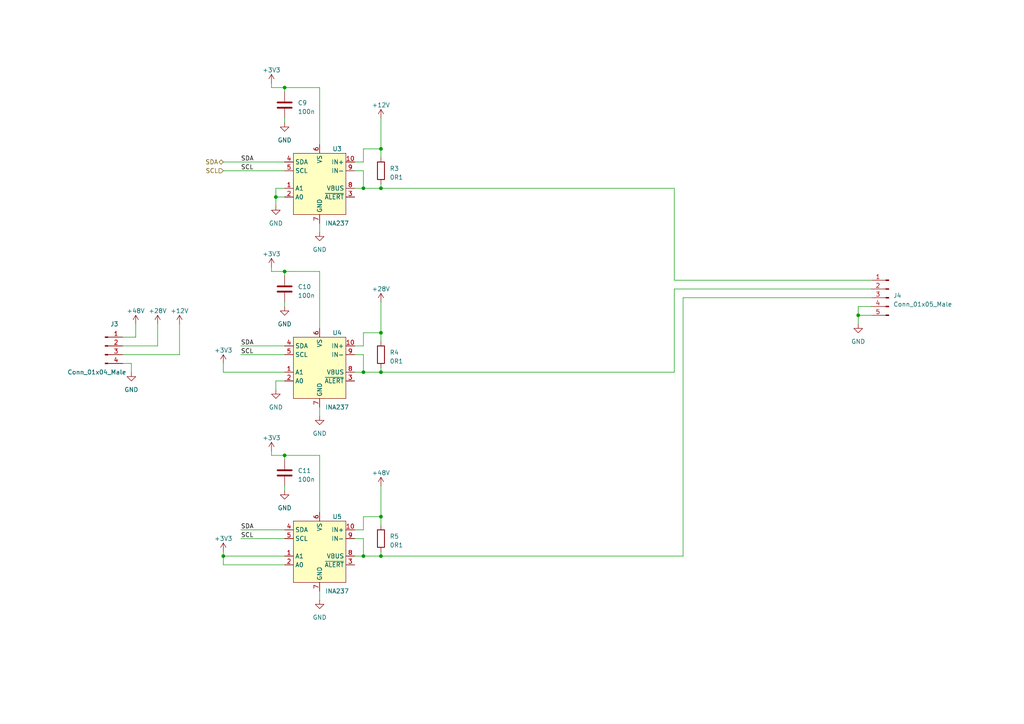
<source format=kicad_sch>
(kicad_sch (version 20210406) (generator eeschema)
  (paper "A4")
  (lib_symbols
    (symbol "Connector:Conn_01x04_Male" (pin_names (offset 1.016) hide)
      (property "Reference" "J" (at 0 5.08 0))
      (property "Value" "Conn_01x04_Male" (at 0 -7.62 0))
      (symbol "Conn_01x04_Male_1_1"
        (rectangle (start 0.8636 -4.953) (end 0 -5.207) (stroke (width 0.1524)) (fill (type outline)))
        (rectangle (start 0.8636 -2.413) (end 0 -2.667) (stroke (width 0.1524)) (fill (type outline)))
        (rectangle (start 0.8636 0.127) (end 0 -0.127) (stroke (width 0.1524)) (fill (type outline)))
        (rectangle (start 0.8636 2.667) (end 0 2.413) (stroke (width 0.1524)) (fill (type outline)))
        (polyline (pts (xy 1.27 -5.08) (xy 0.8636 -5.08)) (stroke (width 0.1524)))
        (polyline (pts (xy 1.27 -2.54) (xy 0.8636 -2.54)) (stroke (width 0.1524)))
        (polyline (pts (xy 1.27 0) (xy 0.8636 0)) (stroke (width 0.1524)))
        (polyline (pts (xy 1.27 2.54) (xy 0.8636 2.54)) (stroke (width 0.1524)))
        (pin passive line (at 5.08 2.54 180) (length 3.81) (name "Pin_1") (number "1"))
        (pin passive line (at 5.08 0 180) (length 3.81) (name "Pin_2") (number "2"))
        (pin passive line (at 5.08 -2.54 180) (length 3.81) (name "Pin_3") (number "3"))
        (pin passive line (at 5.08 -5.08 180) (length 3.81) (name "Pin_4") (number "4"))
      )
    )
    (symbol "Connector:Conn_01x05_Male" (pin_names (offset 1.016) hide)
      (property "Reference" "J" (at 0 7.62 0))
      (property "Value" "Conn_01x05_Male" (at 0 -7.62 0))
      (symbol "Conn_01x05_Male_1_1"
        (rectangle (start 0.8636 -4.953) (end 0 -5.207) (stroke (width 0.1524)) (fill (type outline)))
        (rectangle (start 0.8636 -2.413) (end 0 -2.667) (stroke (width 0.1524)) (fill (type outline)))
        (rectangle (start 0.8636 0.127) (end 0 -0.127) (stroke (width 0.1524)) (fill (type outline)))
        (rectangle (start 0.8636 2.667) (end 0 2.413) (stroke (width 0.1524)) (fill (type outline)))
        (rectangle (start 0.8636 5.207) (end 0 4.953) (stroke (width 0.1524)) (fill (type outline)))
        (polyline (pts (xy 1.27 -5.08) (xy 0.8636 -5.08)) (stroke (width 0.1524)))
        (polyline (pts (xy 1.27 -2.54) (xy 0.8636 -2.54)) (stroke (width 0.1524)))
        (polyline (pts (xy 1.27 0) (xy 0.8636 0)) (stroke (width 0.1524)))
        (polyline (pts (xy 1.27 2.54) (xy 0.8636 2.54)) (stroke (width 0.1524)))
        (polyline (pts (xy 1.27 5.08) (xy 0.8636 5.08)) (stroke (width 0.1524)))
        (pin passive line (at 5.08 5.08 180) (length 3.81) (name "Pin_1") (number "1"))
        (pin passive line (at 5.08 2.54 180) (length 3.81) (name "Pin_2") (number "2"))
        (pin passive line (at 5.08 0 180) (length 3.81) (name "Pin_3") (number "3"))
        (pin passive line (at 5.08 -2.54 180) (length 3.81) (name "Pin_4") (number "4"))
        (pin passive line (at 5.08 -5.08 180) (length 3.81) (name "Pin_5") (number "5"))
      )
    )
    (symbol "Device:C" (pin_numbers hide) (pin_names (offset 0.254))
      (property "Reference" "C" (at 0.635 2.54 0))
      (property "Value" "C" (at 0.635 -2.54 0))
      (symbol "C_0_1"
        (polyline (pts (xy -2.032 -0.762) (xy 2.032 -0.762)) (stroke (width 0.508)))
        (polyline (pts (xy -2.032 0.762) (xy 2.032 0.762)) (stroke (width 0.508)))
      )
      (symbol "C_1_1"
        (pin passive line (at 0 3.81 270) (length 2.794) (name "~") (number "1"))
        (pin passive line (at 0 -3.81 90) (length 2.794) (name "~") (number "2"))
      )
    )
    (symbol "Device:R" (pin_numbers hide) (pin_names (offset 0))
      (property "Reference" "R" (at 2.032 0 90))
      (property "Value" "R" (at 0 0 90))
      (symbol "R_0_1"
        (rectangle (start -1.016 -2.54) (end 1.016 2.54) (stroke (width 0.254)))
      )
      (symbol "R_1_1"
        (pin passive line (at 0 3.81 270) (length 1.27) (name "~") (number "1"))
        (pin passive line (at 0 -3.81 90) (length 1.27) (name "~") (number "2"))
      )
    )
    (symbol "IC_WUT:INA237"
      (property "Reference" "U" (at 3.81 8.89 0))
      (property "Value" "INA237" (at 5.08 -11.43 0))
      (symbol "INA237_0_1"
        (rectangle (start -7.62 7.62) (end 7.62 -10.16) (stroke (width 0.1524)) (fill (type background)))
      )
      (symbol "INA237_1_1"
        (pin passive line (at -10.16 -2.54 0) (length 2.54) (name "A1") (number "1"))
        (pin input line (at 10.16 5.08 180) (length 2.54) (name "IN+") (number "10"))
        (pin passive line (at -10.16 -5.08 0) (length 2.54) (name "A0") (number "2"))
        (pin open_collector line (at 10.16 -5.08 180) (length 2.54) (name "~ALERT") (number "3"))
        (pin bidirectional line (at -10.16 5.08 0) (length 2.54) (name "SDA") (number "4"))
        (pin input line (at -10.16 2.54 0) (length 2.54) (name "SCL") (number "5"))
        (pin power_in line (at 0 10.16 270) (length 2.54) (name "VS") (number "6"))
        (pin power_in line (at 0 -12.7 90) (length 2.54) (name "GND") (number "7"))
        (pin power_in line (at 10.16 -2.54 180) (length 2.54) (name "VBUS") (number "8"))
        (pin input line (at 10.16 2.54 180) (length 2.54) (name "IN-") (number "9"))
      )
    )
    (symbol "power:+12V" (power) (pin_names (offset 0))
      (property "Value" "+12V" (at 0 3.556 0))
      (symbol "+12V_0_1"
        (polyline (pts (xy -0.762 1.27) (xy 0 2.54)))
        (polyline (pts (xy 0 0) (xy 0 2.54)))
        (polyline (pts (xy 0 2.54) (xy 0.762 1.27)))
      )
      (symbol "+12V_1_1"
        (pin power_in line (at 0 0 90) (length 0) hide (name "+12V") (number "1"))
      )
    )
    (symbol "power:+28V" (power) (pin_names (offset 0))
      (property "Value" "+28V" (at 0 3.81 0))
      (symbol "+28V_0_1"
        (polyline (pts (xy -0.762 1.27) (xy 0 2.54)))
        (polyline (pts (xy 0 0) (xy 0 2.54)))
        (polyline (pts (xy 0 2.54) (xy 0.762 1.27)))
      )
      (symbol "+28V_1_1"
        (pin power_in line (at 0 0 90) (length 0) hide (name "+28V") (number "1"))
      )
    )
    (symbol "power:+3V3" (power) (pin_names (offset 0))
      (property "Value" "+3V3" (at 0 3.556 0))
      (symbol "+3V3_0_1"
        (polyline (pts (xy -0.762 1.27) (xy 0 2.54)))
        (polyline (pts (xy 0 0) (xy 0 2.54)))
        (polyline (pts (xy 0 2.54) (xy 0.762 1.27)))
      )
      (symbol "+3V3_1_1"
        (pin power_in line (at 0 0 90) (length 0) hide (name "+3V3") (number "1"))
      )
    )
    (symbol "power:+48V" (power) (pin_names (offset 0))
      (property "Value" "+48V" (at 0 3.556 0))
      (symbol "+48V_0_1"
        (polyline (pts (xy -0.762 1.27) (xy 0 2.54)))
        (polyline (pts (xy 0 0) (xy 0 2.54)))
        (polyline (pts (xy 0 2.54) (xy 0.762 1.27)))
      )
      (symbol "+48V_1_1"
        (pin power_in line (at 0 0 90) (length 0) hide (name "+48V") (number "1"))
      )
    )
    (symbol "power:GND" (power) (pin_names (offset 0))
      (property "Value" "GND" (at 0 -3.81 0))
      (symbol "GND_0_1"
        (polyline (pts (xy 0 0) (xy 0 -1.27) (xy 1.27 -1.27) (xy 0 -2.54) (xy -1.27 -1.27) (xy 0 -1.27)))
      )
      (symbol "GND_1_1"
        (pin power_in line (at 0 0 270) (length 0) hide (name "GND") (number "1"))
      )
    )
  )
  (junction (at 64.77 161.29) (diameter 0.9144))
  (junction (at 80.01 57.15) (diameter 0.9144))
  (junction (at 82.55 25.4) (diameter 0.9144))
  (junction (at 82.55 78.74) (diameter 0.9144))
  (junction (at 82.55 132.08) (diameter 0.9144))
  (junction (at 105.41 54.61) (diameter 0.9144))
  (junction (at 105.41 107.95) (diameter 0.9144))
  (junction (at 105.41 161.29) (diameter 0.9144))
  (junction (at 110.49 43.18) (diameter 0.9144))
  (junction (at 110.49 54.61) (diameter 0.9144))
  (junction (at 110.49 96.52) (diameter 0.9144))
  (junction (at 110.49 107.95) (diameter 0.9144))
  (junction (at 110.49 149.86) (diameter 0.9144))
  (junction (at 110.49 161.29) (diameter 0.9144))
  (junction (at 248.92 91.44) (diameter 0.9144))
  (wire (pts (xy 35.56 97.79) (xy 39.37 97.79)))
  (wire (pts (xy 35.56 100.33) (xy 45.72 100.33)))
  (wire (pts (xy 35.56 102.87) (xy 52.07 102.87)))
  (wire (pts (xy 35.56 105.41) (xy 38.1 105.41)))
  (wire (pts (xy 38.1 105.41) (xy 38.1 107.95)))
  (wire (pts (xy 39.37 93.98) (xy 39.37 97.79)))
  (wire (pts (xy 45.72 93.98) (xy 45.72 100.33)))
  (wire (pts (xy 52.07 93.98) (xy 52.07 102.87)))
  (wire (pts (xy 64.77 46.99) (xy 82.55 46.99)))
  (wire (pts (xy 64.77 49.53) (xy 82.55 49.53)))
  (wire (pts (xy 64.77 105.41) (xy 64.77 107.95)))
  (wire (pts (xy 64.77 160.02) (xy 64.77 161.29)))
  (wire (pts (xy 64.77 163.83) (xy 64.77 161.29)))
  (wire (pts (xy 69.85 100.33) (xy 82.55 100.33)))
  (wire (pts (xy 69.85 102.87) (xy 82.55 102.87)))
  (wire (pts (xy 69.85 153.67) (xy 82.55 153.67)))
  (wire (pts (xy 69.85 156.21) (xy 82.55 156.21)))
  (wire (pts (xy 78.74 24.13) (xy 78.74 25.4)))
  (wire (pts (xy 78.74 25.4) (xy 82.55 25.4)))
  (wire (pts (xy 78.74 77.47) (xy 78.74 78.74)))
  (wire (pts (xy 78.74 78.74) (xy 82.55 78.74)))
  (wire (pts (xy 78.74 130.81) (xy 78.74 132.08)))
  (wire (pts (xy 78.74 132.08) (xy 82.55 132.08)))
  (wire (pts (xy 80.01 54.61) (xy 80.01 57.15)))
  (wire (pts (xy 80.01 57.15) (xy 80.01 59.69)))
  (wire (pts (xy 80.01 57.15) (xy 82.55 57.15)))
  (wire (pts (xy 80.01 110.49) (xy 80.01 113.03)))
  (wire (pts (xy 82.55 25.4) (xy 82.55 26.67)))
  (wire (pts (xy 82.55 25.4) (xy 92.71 25.4)))
  (wire (pts (xy 82.55 34.29) (xy 82.55 35.56)))
  (wire (pts (xy 82.55 54.61) (xy 80.01 54.61)))
  (wire (pts (xy 82.55 78.74) (xy 82.55 80.01)))
  (wire (pts (xy 82.55 78.74) (xy 92.71 78.74)))
  (wire (pts (xy 82.55 87.63) (xy 82.55 88.9)))
  (wire (pts (xy 82.55 107.95) (xy 64.77 107.95)))
  (wire (pts (xy 82.55 110.49) (xy 80.01 110.49)))
  (wire (pts (xy 82.55 132.08) (xy 82.55 133.35)))
  (wire (pts (xy 82.55 132.08) (xy 92.71 132.08)))
  (wire (pts (xy 82.55 140.97) (xy 82.55 142.24)))
  (wire (pts (xy 82.55 161.29) (xy 64.77 161.29)))
  (wire (pts (xy 82.55 163.83) (xy 64.77 163.83)))
  (wire (pts (xy 92.71 25.4) (xy 92.71 41.91)))
  (wire (pts (xy 92.71 64.77) (xy 92.71 67.31)))
  (wire (pts (xy 92.71 78.74) (xy 92.71 95.25)))
  (wire (pts (xy 92.71 118.11) (xy 92.71 120.65)))
  (wire (pts (xy 92.71 132.08) (xy 92.71 148.59)))
  (wire (pts (xy 92.71 171.45) (xy 92.71 173.99)))
  (wire (pts (xy 102.87 49.53) (xy 105.41 49.53)))
  (wire (pts (xy 102.87 54.61) (xy 105.41 54.61)))
  (wire (pts (xy 102.87 102.87) (xy 105.41 102.87)))
  (wire (pts (xy 102.87 107.95) (xy 105.41 107.95)))
  (wire (pts (xy 102.87 156.21) (xy 105.41 156.21)))
  (wire (pts (xy 102.87 161.29) (xy 105.41 161.29)))
  (wire (pts (xy 105.41 43.18) (xy 105.41 46.99)))
  (wire (pts (xy 105.41 46.99) (xy 102.87 46.99)))
  (wire (pts (xy 105.41 49.53) (xy 105.41 54.61)))
  (wire (pts (xy 105.41 54.61) (xy 110.49 54.61)))
  (wire (pts (xy 105.41 96.52) (xy 105.41 100.33)))
  (wire (pts (xy 105.41 100.33) (xy 102.87 100.33)))
  (wire (pts (xy 105.41 102.87) (xy 105.41 107.95)))
  (wire (pts (xy 105.41 107.95) (xy 110.49 107.95)))
  (wire (pts (xy 105.41 149.86) (xy 105.41 153.67)))
  (wire (pts (xy 105.41 153.67) (xy 102.87 153.67)))
  (wire (pts (xy 105.41 156.21) (xy 105.41 161.29)))
  (wire (pts (xy 105.41 161.29) (xy 110.49 161.29)))
  (wire (pts (xy 110.49 34.29) (xy 110.49 43.18)))
  (wire (pts (xy 110.49 43.18) (xy 105.41 43.18)))
  (wire (pts (xy 110.49 45.72) (xy 110.49 43.18)))
  (wire (pts (xy 110.49 53.34) (xy 110.49 54.61)))
  (wire (pts (xy 110.49 54.61) (xy 195.58 54.61)))
  (wire (pts (xy 110.49 87.63) (xy 110.49 96.52)))
  (wire (pts (xy 110.49 96.52) (xy 105.41 96.52)))
  (wire (pts (xy 110.49 99.06) (xy 110.49 96.52)))
  (wire (pts (xy 110.49 106.68) (xy 110.49 107.95)))
  (wire (pts (xy 110.49 107.95) (xy 195.58 107.95)))
  (wire (pts (xy 110.49 140.97) (xy 110.49 149.86)))
  (wire (pts (xy 110.49 149.86) (xy 105.41 149.86)))
  (wire (pts (xy 110.49 152.4) (xy 110.49 149.86)))
  (wire (pts (xy 110.49 160.02) (xy 110.49 161.29)))
  (wire (pts (xy 110.49 161.29) (xy 198.12 161.29)))
  (wire (pts (xy 195.58 54.61) (xy 195.58 81.28)))
  (wire (pts (xy 195.58 81.28) (xy 252.73 81.28)))
  (wire (pts (xy 195.58 83.82) (xy 195.58 107.95)))
  (wire (pts (xy 198.12 86.36) (xy 252.73 86.36)))
  (wire (pts (xy 198.12 161.29) (xy 198.12 86.36)))
  (wire (pts (xy 248.92 88.9) (xy 248.92 91.44)))
  (wire (pts (xy 248.92 91.44) (xy 248.92 93.98)))
  (wire (pts (xy 248.92 91.44) (xy 252.73 91.44)))
  (wire (pts (xy 252.73 83.82) (xy 195.58 83.82)))
  (wire (pts (xy 252.73 88.9) (xy 248.92 88.9)))
  (label "SDA" (at 69.85 46.99 0))
  (label "SCL" (at 69.85 49.53 0))
  (label "SDA" (at 69.85 100.33 0))
  (label "SCL" (at 69.85 102.87 0))
  (label "SDA" (at 69.85 153.67 0))
  (label "SCL" (at 69.85 156.21 0))
  (hierarchical_label "SDA" (shape bidirectional) (at 64.77 46.99 180))
  (hierarchical_label "SCL" (shape input) (at 64.77 49.53 180))
  (symbol (lib_id "power:+48V") (at 39.37 93.98 0) (unit 1)
    (property "Reference" "#PWR0130" (effects hide))
    (property "Value" "+48V" (at 39.37 90.17 0))
  )
  (symbol (lib_id "power:+28V") (at 45.72 93.98 0) (unit 1)
    (property "Reference" "#PWR0131" (effects hide))
    (property "Value" "+28V" (at 45.72 90.17 0))
  )
  (symbol (lib_id "power:+12V") (at 52.07 93.98 0) (unit 1)
    (property "Reference" "#PWR0132" (effects hide))
    (property "Value" "+12V" (at 52.07 90.17 0))
  )
  (symbol (lib_id "power:+3V3") (at 64.77 105.41 0) (unit 1)
    (property "Reference" "#PWR0124" (effects hide))
    (property "Value" "+3V3" (at 64.77 101.6 0))
  )
  (symbol (lib_id "power:+3V3") (at 64.77 160.02 0) (unit 1)
    (property "Reference" "#PWR0125" (effects hide))
    (property "Value" "+3V3" (at 64.77 156.21 0))
  )
  (symbol (lib_id "power:+3V3") (at 78.74 24.13 0) (unit 1)
    (property "Reference" "#PWR0114" (effects hide))
    (property "Value" "+3V3" (at 78.74 20.32 0))
  )
  (symbol (lib_id "power:+3V3") (at 78.74 77.47 0) (unit 1)
    (property "Reference" "#PWR0115" (effects hide))
    (property "Value" "+3V3" (at 78.74 73.66 0))
  )
  (symbol (lib_id "power:+3V3") (at 78.74 130.81 0) (unit 1)
    (property "Reference" "#PWR0119" (effects hide))
    (property "Value" "+3V3" (at 78.74 127 0))
  )
  (symbol (lib_id "power:+12V") (at 110.49 34.29 0) (unit 1)
    (property "Reference" "#PWR0128" (effects hide))
    (property "Value" "+12V" (at 110.49 30.48 0))
  )
  (symbol (lib_id "power:+28V") (at 110.49 87.63 0) (unit 1)
    (property "Reference" "#PWR0129" (effects hide))
    (property "Value" "+28V" (at 110.49 83.82 0))
  )
  (symbol (lib_id "power:+48V") (at 110.49 140.97 0) (unit 1)
    (property "Reference" "#PWR0127" (effects hide))
    (property "Value" "+48V" (at 110.49 137.16 0))
  )
  (symbol (lib_id "power:GND") (at 38.1 107.95 0) (unit 1)
    (property "Reference" "#PWR0133" (effects hide))
    (property "Value" "GND" (at 38.1 113.03 0))
  )
  (symbol (lib_id "power:GND") (at 80.01 59.69 0) (unit 1)
    (property "Reference" "#PWR0126" (effects hide))
    (property "Value" "GND" (at 80.01 64.77 0))
  )
  (symbol (lib_id "power:GND") (at 80.01 113.03 0) (unit 1)
    (property "Reference" "#PWR0123" (effects hide))
    (property "Value" "GND" (at 80.01 118.11 0))
  )
  (symbol (lib_id "power:GND") (at 82.55 35.56 0) (unit 1)
    (property "Reference" "#PWR0118" (effects hide))
    (property "Value" "GND" (at 82.55 40.64 0))
  )
  (symbol (lib_id "power:GND") (at 82.55 88.9 0) (unit 1)
    (property "Reference" "#PWR0117" (effects hide))
    (property "Value" "GND" (at 82.55 93.98 0))
  )
  (symbol (lib_id "power:GND") (at 82.55 142.24 0) (unit 1)
    (property "Reference" "#PWR0121" (effects hide))
    (property "Value" "GND" (at 82.55 147.32 0))
  )
  (symbol (lib_id "power:GND") (at 92.71 67.31 0) (unit 1)
    (property "Reference" "#PWR0116" (effects hide))
    (property "Value" "GND" (at 92.71 72.39 0))
  )
  (symbol (lib_id "power:GND") (at 92.71 120.65 0) (unit 1)
    (property "Reference" "#PWR0120" (effects hide))
    (property "Value" "GND" (at 92.71 125.73 0))
  )
  (symbol (lib_id "power:GND") (at 92.71 173.99 0) (unit 1)
    (property "Reference" "#PWR0122" (effects hide))
    (property "Value" "GND" (at 92.71 179.07 0))
  )
  (symbol (lib_id "power:GND") (at 248.92 93.98 0) (unit 1)
    (property "Reference" "#PWR?" (effects hide))
    (property "Value" "GND" (at 248.92 99.06 0))
  )
  (symbol (lib_id "Device:R") (at 110.49 49.53 0) (unit 1)
    (property "Reference" "R3" (at 113.03 48.8949 0) (effects (justify left)))
    (property "Value" "0R1" (at 113.03 51.4349 0) (effects (justify left)))
    (property "Footprint" "Resistor_SMD:R_2512_6332Metric" (effects hide))
  )
  (symbol (lib_id "Device:R") (at 110.49 102.87 0) (unit 1)
    (property "Reference" "R4" (at 113.03 102.2349 0) (effects (justify left)))
    (property "Value" "0R1" (at 113.03 104.7749 0) (effects (justify left)))
    (property "Footprint" "Resistor_SMD:R_2512_6332Metric" (effects hide))
  )
  (symbol (lib_id "Device:R") (at 110.49 156.21 0) (unit 1)
    (property "Reference" "R5" (at 113.03 155.5749 0) (effects (justify left)))
    (property "Value" "0R1" (at 113.03 158.1149 0) (effects (justify left)))
    (property "Footprint" "Resistor_SMD:R_2512_6332Metric" (effects hide))
  )
  (symbol (lib_id "Device:C") (at 82.55 30.48 0) (unit 1)
    (property "Reference" "C9" (at 86.36 29.8449 0) (effects (justify left)))
    (property "Value" "100n" (at 86.36 32.3849 0) (effects (justify left)))
    (property "Footprint" "Capacitor_SMD:C_0402_1005Metric" (effects hide))
  )
  (symbol (lib_id "Device:C") (at 82.55 83.82 0) (unit 1)
    (property "Reference" "C10" (at 86.36 83.1849 0) (effects (justify left)))
    (property "Value" "100n" (at 86.36 85.7249 0) (effects (justify left)))
    (property "Footprint" "Capacitor_SMD:C_0402_1005Metric" (effects hide))
  )
  (symbol (lib_id "Device:C") (at 82.55 137.16 0) (unit 1)
    (property "Reference" "C11" (at 86.36 136.5249 0) (effects (justify left)))
    (property "Value" "100n" (at 86.36 139.0649 0) (effects (justify left)))
    (property "Footprint" "Capacitor_SMD:C_0402_1005Metric" (effects hide))
  )
  (symbol (lib_id "Connector:Conn_01x04_Male") (at 30.48 100.33 0) (unit 1)
    (property "Reference" "J3" (at 33.1724 93.98 0))
    (property "Value" "Conn_01x04_Male" (at 28.0924 107.95 0))
    (property "Footprint" "Connector_WUT:Powerpole_PP30-with-1377G2-PCB-pins-25A_4WAY" (effects hide))
  )
  (symbol (lib_id "Connector:Conn_01x05_Male") (at 257.81 86.36 0) (mirror y) (unit 1)
    (property "Reference" "J4" (at 259.08 85.7249 0) (effects (justify right)))
    (property "Value" "Conn_01x05_Male" (at 259.08 88.2649 0) (effects (justify right)))
    (property "Footprint" "Connector_WUT:Weidmuller_SL3.5-5-90G" (effects hide))
  )
  (symbol (lib_id "IC_WUT:INA237") (at 92.71 52.07 0) (unit 1)
    (property "Reference" "U3" (at 97.79 43.18 0))
    (property "Value" "INA237" (at 97.79 64.77 0))
    (property "Footprint" "Package_SO:VSSOP-10_3x3mm_P0.5mm" (effects hide))
  )
  (symbol (lib_id "IC_WUT:INA237") (at 92.71 105.41 0) (unit 1)
    (property "Reference" "U4" (at 97.79 96.52 0))
    (property "Value" "INA237" (at 97.79 118.11 0))
    (property "Footprint" "Package_SO:VSSOP-10_3x3mm_P0.5mm" (effects hide))
  )
  (symbol (lib_id "IC_WUT:INA237") (at 92.71 158.75 0) (unit 1)
    (property "Reference" "U5" (at 97.79 149.86 0))
    (property "Value" "INA237" (at 97.79 171.45 0))
    (property "Footprint" "Package_SO:VSSOP-10_3x3mm_P0.5mm" (effects hide))
  )
)
</source>
